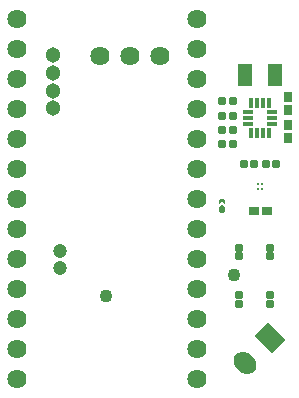
<source format=gts>
G04 Layer: TopSolderMaskLayer*
G04 EasyEDA Pro v2.2.40.8, 2025-10-17 17:15:36*
G04 Gerber Generator version 0.3*
G04 Scale: 100 percent, Rotated: No, Reflected: No*
G04 Dimensions in millimeters*
G04 Leading zeros omitted, absolute positions, 4 integers and 5 decimals*
G04 Generated by one-click*
%FSLAX45Y45*%
%MOMM*%
%AMRoundRect*1,1,$1,$2,$3*1,1,$1,$4,$5*1,1,$1,0-$2,0-$3*1,1,$1,0-$4,0-$5*20,1,$1,$2,$3,$4,$5,0*20,1,$1,$4,$5,0-$2,0-$3,0*20,1,$1,0-$2,0-$3,0-$4,0-$5,0*20,1,$1,0-$4,0-$5,$2,$3,0*4,1,4,$2,$3,$4,$5,0-$2,0-$3,0-$4,0-$5,$2,$3,0*%
%AMOval*1,1,$1,$2,$3*1,1,$1,$4,$5*20,1,$1,$2,$3,$4,$5,0*%
%ADD10RoundRect,0.08771X-0.27695X-0.40199X-0.27695X0.40199*%
%ADD11RoundRect,0.08771X-0.40199X0.27695X0.40199X0.27695*%
%ADD12RoundRect,0.08771X-0.28977X0.27695X0.28977X0.27695*%
%ADD13RoundRect,0.0882X-0.2819X0.2819X0.2819X0.2819*%
%ADD14RoundRect,0.08051X-0.15075X-0.34825X-0.15075X0.34825*%
%ADD15RoundRect,0.08051X-0.34825X-0.15075X-0.34825X0.15075*%
%ADD16C,0.28001*%
%ADD17RoundRect,0.09336X-0.50432X-0.90432X-0.50432X0.90432*%
%ADD18Oval,1.6004X-0.17678X0.17678X0.17678X-0.17678*%
%ADD19Oval,1.6016X-0.17678X0.17678X0.17678X-0.17678*%
%ADD20RoundRect,0.09554X-1.24172X0.17678X-0.17678X1.24172*%
%ADD21C,1.102*%
%ADD22C,1.626*%
%ADD23C,1.302*%
%ADD24C,1.202*%
G75*


G04 Pad Start*
G54D10*
G01X2420118Y2165600D03*
G01X2420118Y2274617D03*
G01X2420118Y2509628D03*
G01X2420118Y2400611D03*
G54D11*
G01X2129391Y1550000D03*
G01X2238408Y1550000D03*
G54D12*
G01X2320893Y1945095D03*
G01X2234330Y1945095D03*
G01X2044320Y1945095D03*
G01X2130883Y1945095D03*
G01X1864311Y2112603D03*
G01X1950875Y2112603D03*
G01X1864311Y2235109D03*
G01X1950875Y2235109D03*
G01X1864311Y2355115D03*
G01X1950875Y2355115D03*
G01X1864311Y2475121D03*
G01X1950875Y2475121D03*
G54D13*
G01X2002501Y1237503D03*
G01X2267499Y1237503D03*
G01X2002501Y1162497D03*
G01X2267499Y1162497D03*
G01X2002501Y837503D03*
G01X2267499Y837503D03*
G01X2002501Y762497D03*
G01X2267499Y762497D03*
G54D14*
G01X2108894Y2211300D03*
G01X2158906Y2211300D03*
G01X2208893Y2211300D03*
G01X2258906Y2211300D03*
G54D15*
G01X2285144Y2287500D03*
G01X2285144Y2337487D03*
G01X2285144Y2387500D03*
G54D14*
G01X2258906Y2463700D03*
G01X2208893Y2463700D03*
G01X2158906Y2463700D03*
G01X2108894Y2463700D03*
G54D15*
G01X2082655Y2387500D03*
G01X2082655Y2337487D03*
G01X2082655Y2287500D03*
G54D16*
G01X2203902Y1772590D03*
G01X2203902Y1732610D03*
G01X2163897Y1772590D03*
G01X2163897Y1732610D03*
G54D17*
G01X2058894Y2699987D03*
G01X2308906Y2699987D03*
G54D19*
G01X2057561Y259933D03*
G54D20*
G01X2269692Y472065D03*
G36*
G01X1846513Y1649999D02*
G01X1876513Y1649999D01*
G02X1886513Y1639999I0J-10000D01*
G01X1886513Y1612070D01*
G02X1877977Y1608535I-5000J0D01*
G01X1865049Y1621463D01*
G03X1857977Y1621463I-3536J-3536D01*
G01X1845049Y1608535D01*
G02X1836513Y1612070I-3535J3536D01*
G01X1836513Y1639999D01*
G02X1846513Y1649999I10000J0D01*
G37*
G36*
G01X1836513Y1539999D02*
G01X1836513Y1577928D01*
G02X1837978Y1581463I5000J0D01*
G01X1857977Y1601463D01*
G02X1865049Y1601463I3536J-3535D01*
G01X1885049Y1581462D01*
G02X1886513Y1577926I-3536J-3536D01*
G01X1886513Y1539999D01*
G02X1876513Y1529999I-10000J0D01*
G01X1846513Y1529999D01*
G02X1836513Y1539999I0J10000D01*
G37*
G54D21*
G01X1960096Y1002549D03*
G01X874993Y829953D03*
G54D22*
G01X1647043Y126081D03*
G01X1647043Y380081D03*
G01X1647043Y634081D03*
G01X1647043Y888081D03*
G01X1647043Y1142081D03*
G01X1647043Y1396081D03*
G01X1647043Y1650081D03*
G01X1647043Y1904081D03*
G01X1647043Y2158081D03*
G01X1647043Y2412081D03*
G01X1647043Y2666081D03*
G01X1647043Y2920081D03*
G01X1647043Y3174081D03*
G01X123043Y3174081D03*
G01X123043Y2920081D03*
G01X123043Y2666081D03*
G01X123043Y2412081D03*
G01X123043Y2158081D03*
G01X123043Y1904081D03*
G01X123043Y1650081D03*
G01X123043Y1396081D03*
G01X123043Y1142081D03*
G01X123043Y888081D03*
G01X123043Y634081D03*
G01X123043Y380081D03*
G01X123043Y126081D03*
G01X1339090Y2858706D03*
G01X1085090Y2858706D03*
G01X831090Y2858706D03*
G54D23*
G01X427132Y2866591D03*
G01X427132Y2716591D03*
G01X427132Y2566591D03*
G01X427132Y2416591D03*
G54D24*
G01X488661Y1064010D03*
G01X488661Y1205774D03*
G04 Pad End*

M02*


</source>
